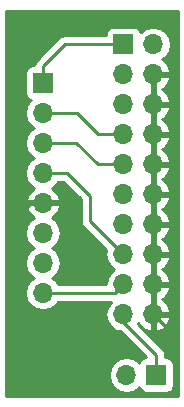
<source format=gbr>
G04 #@! TF.FileFunction,Copper,L2,Bot,Signal*
%FSLAX46Y46*%
G04 Gerber Fmt 4.6, Leading zero omitted, Abs format (unit mm)*
G04 Created by KiCad (PCBNEW 4.0.6) date 03/16/18 17:26:31*
%MOMM*%
%LPD*%
G01*
G04 APERTURE LIST*
%ADD10C,0.100000*%
%ADD11R,1.700000X1.700000*%
%ADD12O,1.700000X1.700000*%
%ADD13C,0.250000*%
%ADD14C,0.254000*%
G04 APERTURE END LIST*
D10*
D11*
X139446000Y-87528400D03*
D12*
X136906000Y-87528400D03*
D11*
X136652000Y-59537600D03*
D12*
X139192000Y-59537600D03*
X136652000Y-62077600D03*
X139192000Y-62077600D03*
X136652000Y-64617600D03*
X139192000Y-64617600D03*
X136652000Y-67157600D03*
X139192000Y-67157600D03*
X136652000Y-69697600D03*
X139192000Y-69697600D03*
X136652000Y-72237600D03*
X139192000Y-72237600D03*
X136652000Y-74777600D03*
X139192000Y-74777600D03*
X136652000Y-77317600D03*
X139192000Y-77317600D03*
X136652000Y-79857600D03*
X139192000Y-79857600D03*
X136652000Y-82397600D03*
X139192000Y-82397600D03*
D11*
X129844800Y-62788800D03*
D12*
X129844800Y-65328800D03*
X129844800Y-67868800D03*
X129844800Y-70408800D03*
X129844800Y-72948800D03*
X129844800Y-75488800D03*
X129844800Y-78028800D03*
X129844800Y-80568800D03*
D13*
X136652000Y-82397600D02*
X136652000Y-83058000D01*
X136652000Y-83058000D02*
X139446000Y-85852000D01*
X139446000Y-85852000D02*
X139446000Y-87528400D01*
X129844800Y-62788800D02*
X129844800Y-61366400D01*
X131673600Y-59537600D02*
X136652000Y-59537600D01*
X129844800Y-61366400D02*
X131673600Y-59537600D01*
X129844800Y-72948800D02*
X128891200Y-72948800D01*
X141200000Y-84405600D02*
X139192000Y-82397600D01*
X141200000Y-89000000D02*
X141200000Y-84405600D01*
X141160000Y-89040000D02*
X141200000Y-89000000D01*
X134110000Y-89040000D02*
X141160000Y-89040000D01*
X128160000Y-83090000D02*
X134110000Y-89040000D01*
X128160000Y-73680000D02*
X128160000Y-83090000D01*
X128891200Y-72948800D02*
X128160000Y-73680000D01*
X139192000Y-62077600D02*
X139192000Y-64617600D01*
X139192000Y-64617600D02*
X139192000Y-67157600D01*
X139192000Y-67157600D02*
X139192000Y-69697600D01*
X139192000Y-69697600D02*
X139192000Y-72237600D01*
X139192000Y-72237600D02*
X139192000Y-74777600D01*
X139192000Y-77317600D02*
X139192000Y-74777600D01*
X139192000Y-79857600D02*
X139192000Y-77317600D01*
X139192000Y-82397600D02*
X139192000Y-79857600D01*
X129844800Y-65328800D02*
X132689600Y-65328800D01*
X134518400Y-67157600D02*
X136652000Y-67157600D01*
X132689600Y-65328800D02*
X134518400Y-67157600D01*
X129844800Y-67868800D02*
X132638800Y-67868800D01*
X134467600Y-69697600D02*
X136652000Y-69697600D01*
X132638800Y-67868800D02*
X134467600Y-69697600D01*
X129844800Y-70408800D02*
X131876800Y-70408800D01*
X133807200Y-74472800D02*
X136652000Y-77317600D01*
X133807200Y-72339200D02*
X133807200Y-74472800D01*
X131876800Y-70408800D02*
X133807200Y-72339200D01*
X129844800Y-80568800D02*
X135940800Y-80568800D01*
X135940800Y-80568800D02*
X136652000Y-79857600D01*
D14*
G36*
X141290000Y-89290000D02*
X126710000Y-89290000D01*
X126710000Y-65328800D01*
X128330707Y-65328800D01*
X128443746Y-65897085D01*
X128765653Y-66378854D01*
X129094826Y-66598800D01*
X128765653Y-66818746D01*
X128443746Y-67300515D01*
X128330707Y-67868800D01*
X128443746Y-68437085D01*
X128765653Y-68918854D01*
X129094826Y-69138800D01*
X128765653Y-69358746D01*
X128443746Y-69840515D01*
X128330707Y-70408800D01*
X128443746Y-70977085D01*
X128765653Y-71458854D01*
X129106353Y-71686502D01*
X128963442Y-71753617D01*
X128573155Y-72181876D01*
X128403324Y-72591910D01*
X128524645Y-72821800D01*
X129717800Y-72821800D01*
X129717800Y-72801800D01*
X129971800Y-72801800D01*
X129971800Y-72821800D01*
X131164955Y-72821800D01*
X131286276Y-72591910D01*
X131116445Y-72181876D01*
X130726158Y-71753617D01*
X130583247Y-71686502D01*
X130923947Y-71458854D01*
X131117754Y-71168800D01*
X131561998Y-71168800D01*
X133047200Y-72654002D01*
X133047200Y-74472800D01*
X133105052Y-74763639D01*
X133269799Y-75010201D01*
X135210790Y-76951192D01*
X135137907Y-77317600D01*
X135250946Y-77885885D01*
X135572853Y-78367654D01*
X135902026Y-78587600D01*
X135572853Y-78807546D01*
X135250946Y-79289315D01*
X135147614Y-79808800D01*
X131117754Y-79808800D01*
X130923947Y-79518746D01*
X130594774Y-79298800D01*
X130923947Y-79078854D01*
X131245854Y-78597085D01*
X131358893Y-78028800D01*
X131245854Y-77460515D01*
X130923947Y-76978746D01*
X130594774Y-76758800D01*
X130923947Y-76538854D01*
X131245854Y-76057085D01*
X131358893Y-75488800D01*
X131245854Y-74920515D01*
X130923947Y-74438746D01*
X130583247Y-74211098D01*
X130726158Y-74143983D01*
X131116445Y-73715724D01*
X131286276Y-73305690D01*
X131164955Y-73075800D01*
X129971800Y-73075800D01*
X129971800Y-73095800D01*
X129717800Y-73095800D01*
X129717800Y-73075800D01*
X128524645Y-73075800D01*
X128403324Y-73305690D01*
X128573155Y-73715724D01*
X128963442Y-74143983D01*
X129106353Y-74211098D01*
X128765653Y-74438746D01*
X128443746Y-74920515D01*
X128330707Y-75488800D01*
X128443746Y-76057085D01*
X128765653Y-76538854D01*
X129094826Y-76758800D01*
X128765653Y-76978746D01*
X128443746Y-77460515D01*
X128330707Y-78028800D01*
X128443746Y-78597085D01*
X128765653Y-79078854D01*
X129094826Y-79298800D01*
X128765653Y-79518746D01*
X128443746Y-80000515D01*
X128330707Y-80568800D01*
X128443746Y-81137085D01*
X128765653Y-81618854D01*
X129247422Y-81940761D01*
X129815707Y-82053800D01*
X129873893Y-82053800D01*
X130442178Y-81940761D01*
X130923947Y-81618854D01*
X131117754Y-81328800D01*
X135600908Y-81328800D01*
X135572853Y-81347546D01*
X135250946Y-81829315D01*
X135137907Y-82397600D01*
X135250946Y-82965885D01*
X135572853Y-83447654D01*
X136054622Y-83769561D01*
X136346896Y-83827698D01*
X138557418Y-86038220D01*
X138360683Y-86075238D01*
X138144559Y-86214310D01*
X137999569Y-86426510D01*
X137985914Y-86493941D01*
X137956054Y-86449253D01*
X137474285Y-86127346D01*
X136906000Y-86014307D01*
X136337715Y-86127346D01*
X135855946Y-86449253D01*
X135534039Y-86931022D01*
X135421000Y-87499307D01*
X135421000Y-87557493D01*
X135534039Y-88125778D01*
X135855946Y-88607547D01*
X136337715Y-88929454D01*
X136906000Y-89042493D01*
X137474285Y-88929454D01*
X137956054Y-88607547D01*
X137983850Y-88565948D01*
X137992838Y-88613717D01*
X138131910Y-88829841D01*
X138344110Y-88974831D01*
X138596000Y-89025840D01*
X140296000Y-89025840D01*
X140531317Y-88981562D01*
X140747441Y-88842490D01*
X140892431Y-88630290D01*
X140943440Y-88378400D01*
X140943440Y-86678400D01*
X140899162Y-86443083D01*
X140760090Y-86226959D01*
X140547890Y-86081969D01*
X140296000Y-86030960D01*
X140206000Y-86030960D01*
X140206000Y-85852000D01*
X140148148Y-85561161D01*
X139983401Y-85314599D01*
X137885480Y-83216678D01*
X137920345Y-83164499D01*
X137920355Y-83164524D01*
X138310642Y-83592783D01*
X138835108Y-83839086D01*
X139065000Y-83718419D01*
X139065000Y-82524600D01*
X139319000Y-82524600D01*
X139319000Y-83718419D01*
X139548892Y-83839086D01*
X140073358Y-83592783D01*
X140463645Y-83164524D01*
X140633476Y-82754490D01*
X140512155Y-82524600D01*
X139319000Y-82524600D01*
X139065000Y-82524600D01*
X139045000Y-82524600D01*
X139045000Y-82270600D01*
X139065000Y-82270600D01*
X139065000Y-79984600D01*
X139319000Y-79984600D01*
X139319000Y-82270600D01*
X140512155Y-82270600D01*
X140633476Y-82040710D01*
X140463645Y-81630676D01*
X140073358Y-81202417D01*
X139914046Y-81127600D01*
X140073358Y-81052783D01*
X140463645Y-80624524D01*
X140633476Y-80214490D01*
X140512155Y-79984600D01*
X139319000Y-79984600D01*
X139065000Y-79984600D01*
X139045000Y-79984600D01*
X139045000Y-79730600D01*
X139065000Y-79730600D01*
X139065000Y-77444600D01*
X139319000Y-77444600D01*
X139319000Y-79730600D01*
X140512155Y-79730600D01*
X140633476Y-79500710D01*
X140463645Y-79090676D01*
X140073358Y-78662417D01*
X139914046Y-78587600D01*
X140073358Y-78512783D01*
X140463645Y-78084524D01*
X140633476Y-77674490D01*
X140512155Y-77444600D01*
X139319000Y-77444600D01*
X139065000Y-77444600D01*
X139045000Y-77444600D01*
X139045000Y-77190600D01*
X139065000Y-77190600D01*
X139065000Y-74904600D01*
X139319000Y-74904600D01*
X139319000Y-77190600D01*
X140512155Y-77190600D01*
X140633476Y-76960710D01*
X140463645Y-76550676D01*
X140073358Y-76122417D01*
X139914046Y-76047600D01*
X140073358Y-75972783D01*
X140463645Y-75544524D01*
X140633476Y-75134490D01*
X140512155Y-74904600D01*
X139319000Y-74904600D01*
X139065000Y-74904600D01*
X139045000Y-74904600D01*
X139045000Y-74650600D01*
X139065000Y-74650600D01*
X139065000Y-72364600D01*
X139319000Y-72364600D01*
X139319000Y-74650600D01*
X140512155Y-74650600D01*
X140633476Y-74420710D01*
X140463645Y-74010676D01*
X140073358Y-73582417D01*
X139914046Y-73507600D01*
X140073358Y-73432783D01*
X140463645Y-73004524D01*
X140633476Y-72594490D01*
X140512155Y-72364600D01*
X139319000Y-72364600D01*
X139065000Y-72364600D01*
X139045000Y-72364600D01*
X139045000Y-72110600D01*
X139065000Y-72110600D01*
X139065000Y-69824600D01*
X139319000Y-69824600D01*
X139319000Y-72110600D01*
X140512155Y-72110600D01*
X140633476Y-71880710D01*
X140463645Y-71470676D01*
X140073358Y-71042417D01*
X139914046Y-70967600D01*
X140073358Y-70892783D01*
X140463645Y-70464524D01*
X140633476Y-70054490D01*
X140512155Y-69824600D01*
X139319000Y-69824600D01*
X139065000Y-69824600D01*
X139045000Y-69824600D01*
X139045000Y-69570600D01*
X139065000Y-69570600D01*
X139065000Y-67284600D01*
X139319000Y-67284600D01*
X139319000Y-69570600D01*
X140512155Y-69570600D01*
X140633476Y-69340710D01*
X140463645Y-68930676D01*
X140073358Y-68502417D01*
X139914046Y-68427600D01*
X140073358Y-68352783D01*
X140463645Y-67924524D01*
X140633476Y-67514490D01*
X140512155Y-67284600D01*
X139319000Y-67284600D01*
X139065000Y-67284600D01*
X139045000Y-67284600D01*
X139045000Y-67030600D01*
X139065000Y-67030600D01*
X139065000Y-64744600D01*
X139319000Y-64744600D01*
X139319000Y-67030600D01*
X140512155Y-67030600D01*
X140633476Y-66800710D01*
X140463645Y-66390676D01*
X140073358Y-65962417D01*
X139914046Y-65887600D01*
X140073358Y-65812783D01*
X140463645Y-65384524D01*
X140633476Y-64974490D01*
X140512155Y-64744600D01*
X139319000Y-64744600D01*
X139065000Y-64744600D01*
X139045000Y-64744600D01*
X139045000Y-64490600D01*
X139065000Y-64490600D01*
X139065000Y-62204600D01*
X139319000Y-62204600D01*
X139319000Y-64490600D01*
X140512155Y-64490600D01*
X140633476Y-64260710D01*
X140463645Y-63850676D01*
X140073358Y-63422417D01*
X139914046Y-63347600D01*
X140073358Y-63272783D01*
X140463645Y-62844524D01*
X140633476Y-62434490D01*
X140512155Y-62204600D01*
X139319000Y-62204600D01*
X139065000Y-62204600D01*
X139045000Y-62204600D01*
X139045000Y-61950600D01*
X139065000Y-61950600D01*
X139065000Y-61930600D01*
X139319000Y-61930600D01*
X139319000Y-61950600D01*
X140512155Y-61950600D01*
X140633476Y-61720710D01*
X140463645Y-61310676D01*
X140073358Y-60882417D01*
X139930447Y-60815302D01*
X140271147Y-60587654D01*
X140593054Y-60105885D01*
X140706093Y-59537600D01*
X140593054Y-58969315D01*
X140271147Y-58487546D01*
X139789378Y-58165639D01*
X139221093Y-58052600D01*
X139162907Y-58052600D01*
X138594622Y-58165639D01*
X138112853Y-58487546D01*
X138112029Y-58488779D01*
X138105162Y-58452283D01*
X137966090Y-58236159D01*
X137753890Y-58091169D01*
X137502000Y-58040160D01*
X135802000Y-58040160D01*
X135566683Y-58084438D01*
X135350559Y-58223510D01*
X135205569Y-58435710D01*
X135154560Y-58687600D01*
X135154560Y-58777600D01*
X131673600Y-58777600D01*
X131382761Y-58835452D01*
X131136199Y-59000199D01*
X129307399Y-60828999D01*
X129142652Y-61075561D01*
X129099727Y-61291360D01*
X128994800Y-61291360D01*
X128759483Y-61335638D01*
X128543359Y-61474710D01*
X128398369Y-61686910D01*
X128347360Y-61938800D01*
X128347360Y-63638800D01*
X128391638Y-63874117D01*
X128530710Y-64090241D01*
X128742910Y-64235231D01*
X128810341Y-64248886D01*
X128765653Y-64278746D01*
X128443746Y-64760515D01*
X128330707Y-65328800D01*
X126710000Y-65328800D01*
X126710000Y-56710000D01*
X141290000Y-56710000D01*
X141290000Y-89290000D01*
X141290000Y-89290000D01*
G37*
X141290000Y-89290000D02*
X126710000Y-89290000D01*
X126710000Y-65328800D01*
X128330707Y-65328800D01*
X128443746Y-65897085D01*
X128765653Y-66378854D01*
X129094826Y-66598800D01*
X128765653Y-66818746D01*
X128443746Y-67300515D01*
X128330707Y-67868800D01*
X128443746Y-68437085D01*
X128765653Y-68918854D01*
X129094826Y-69138800D01*
X128765653Y-69358746D01*
X128443746Y-69840515D01*
X128330707Y-70408800D01*
X128443746Y-70977085D01*
X128765653Y-71458854D01*
X129106353Y-71686502D01*
X128963442Y-71753617D01*
X128573155Y-72181876D01*
X128403324Y-72591910D01*
X128524645Y-72821800D01*
X129717800Y-72821800D01*
X129717800Y-72801800D01*
X129971800Y-72801800D01*
X129971800Y-72821800D01*
X131164955Y-72821800D01*
X131286276Y-72591910D01*
X131116445Y-72181876D01*
X130726158Y-71753617D01*
X130583247Y-71686502D01*
X130923947Y-71458854D01*
X131117754Y-71168800D01*
X131561998Y-71168800D01*
X133047200Y-72654002D01*
X133047200Y-74472800D01*
X133105052Y-74763639D01*
X133269799Y-75010201D01*
X135210790Y-76951192D01*
X135137907Y-77317600D01*
X135250946Y-77885885D01*
X135572853Y-78367654D01*
X135902026Y-78587600D01*
X135572853Y-78807546D01*
X135250946Y-79289315D01*
X135147614Y-79808800D01*
X131117754Y-79808800D01*
X130923947Y-79518746D01*
X130594774Y-79298800D01*
X130923947Y-79078854D01*
X131245854Y-78597085D01*
X131358893Y-78028800D01*
X131245854Y-77460515D01*
X130923947Y-76978746D01*
X130594774Y-76758800D01*
X130923947Y-76538854D01*
X131245854Y-76057085D01*
X131358893Y-75488800D01*
X131245854Y-74920515D01*
X130923947Y-74438746D01*
X130583247Y-74211098D01*
X130726158Y-74143983D01*
X131116445Y-73715724D01*
X131286276Y-73305690D01*
X131164955Y-73075800D01*
X129971800Y-73075800D01*
X129971800Y-73095800D01*
X129717800Y-73095800D01*
X129717800Y-73075800D01*
X128524645Y-73075800D01*
X128403324Y-73305690D01*
X128573155Y-73715724D01*
X128963442Y-74143983D01*
X129106353Y-74211098D01*
X128765653Y-74438746D01*
X128443746Y-74920515D01*
X128330707Y-75488800D01*
X128443746Y-76057085D01*
X128765653Y-76538854D01*
X129094826Y-76758800D01*
X128765653Y-76978746D01*
X128443746Y-77460515D01*
X128330707Y-78028800D01*
X128443746Y-78597085D01*
X128765653Y-79078854D01*
X129094826Y-79298800D01*
X128765653Y-79518746D01*
X128443746Y-80000515D01*
X128330707Y-80568800D01*
X128443746Y-81137085D01*
X128765653Y-81618854D01*
X129247422Y-81940761D01*
X129815707Y-82053800D01*
X129873893Y-82053800D01*
X130442178Y-81940761D01*
X130923947Y-81618854D01*
X131117754Y-81328800D01*
X135600908Y-81328800D01*
X135572853Y-81347546D01*
X135250946Y-81829315D01*
X135137907Y-82397600D01*
X135250946Y-82965885D01*
X135572853Y-83447654D01*
X136054622Y-83769561D01*
X136346896Y-83827698D01*
X138557418Y-86038220D01*
X138360683Y-86075238D01*
X138144559Y-86214310D01*
X137999569Y-86426510D01*
X137985914Y-86493941D01*
X137956054Y-86449253D01*
X137474285Y-86127346D01*
X136906000Y-86014307D01*
X136337715Y-86127346D01*
X135855946Y-86449253D01*
X135534039Y-86931022D01*
X135421000Y-87499307D01*
X135421000Y-87557493D01*
X135534039Y-88125778D01*
X135855946Y-88607547D01*
X136337715Y-88929454D01*
X136906000Y-89042493D01*
X137474285Y-88929454D01*
X137956054Y-88607547D01*
X137983850Y-88565948D01*
X137992838Y-88613717D01*
X138131910Y-88829841D01*
X138344110Y-88974831D01*
X138596000Y-89025840D01*
X140296000Y-89025840D01*
X140531317Y-88981562D01*
X140747441Y-88842490D01*
X140892431Y-88630290D01*
X140943440Y-88378400D01*
X140943440Y-86678400D01*
X140899162Y-86443083D01*
X140760090Y-86226959D01*
X140547890Y-86081969D01*
X140296000Y-86030960D01*
X140206000Y-86030960D01*
X140206000Y-85852000D01*
X140148148Y-85561161D01*
X139983401Y-85314599D01*
X137885480Y-83216678D01*
X137920345Y-83164499D01*
X137920355Y-83164524D01*
X138310642Y-83592783D01*
X138835108Y-83839086D01*
X139065000Y-83718419D01*
X139065000Y-82524600D01*
X139319000Y-82524600D01*
X139319000Y-83718419D01*
X139548892Y-83839086D01*
X140073358Y-83592783D01*
X140463645Y-83164524D01*
X140633476Y-82754490D01*
X140512155Y-82524600D01*
X139319000Y-82524600D01*
X139065000Y-82524600D01*
X139045000Y-82524600D01*
X139045000Y-82270600D01*
X139065000Y-82270600D01*
X139065000Y-79984600D01*
X139319000Y-79984600D01*
X139319000Y-82270600D01*
X140512155Y-82270600D01*
X140633476Y-82040710D01*
X140463645Y-81630676D01*
X140073358Y-81202417D01*
X139914046Y-81127600D01*
X140073358Y-81052783D01*
X140463645Y-80624524D01*
X140633476Y-80214490D01*
X140512155Y-79984600D01*
X139319000Y-79984600D01*
X139065000Y-79984600D01*
X139045000Y-79984600D01*
X139045000Y-79730600D01*
X139065000Y-79730600D01*
X139065000Y-77444600D01*
X139319000Y-77444600D01*
X139319000Y-79730600D01*
X140512155Y-79730600D01*
X140633476Y-79500710D01*
X140463645Y-79090676D01*
X140073358Y-78662417D01*
X139914046Y-78587600D01*
X140073358Y-78512783D01*
X140463645Y-78084524D01*
X140633476Y-77674490D01*
X140512155Y-77444600D01*
X139319000Y-77444600D01*
X139065000Y-77444600D01*
X139045000Y-77444600D01*
X139045000Y-77190600D01*
X139065000Y-77190600D01*
X139065000Y-74904600D01*
X139319000Y-74904600D01*
X139319000Y-77190600D01*
X140512155Y-77190600D01*
X140633476Y-76960710D01*
X140463645Y-76550676D01*
X140073358Y-76122417D01*
X139914046Y-76047600D01*
X140073358Y-75972783D01*
X140463645Y-75544524D01*
X140633476Y-75134490D01*
X140512155Y-74904600D01*
X139319000Y-74904600D01*
X139065000Y-74904600D01*
X139045000Y-74904600D01*
X139045000Y-74650600D01*
X139065000Y-74650600D01*
X139065000Y-72364600D01*
X139319000Y-72364600D01*
X139319000Y-74650600D01*
X140512155Y-74650600D01*
X140633476Y-74420710D01*
X140463645Y-74010676D01*
X140073358Y-73582417D01*
X139914046Y-73507600D01*
X140073358Y-73432783D01*
X140463645Y-73004524D01*
X140633476Y-72594490D01*
X140512155Y-72364600D01*
X139319000Y-72364600D01*
X139065000Y-72364600D01*
X139045000Y-72364600D01*
X139045000Y-72110600D01*
X139065000Y-72110600D01*
X139065000Y-69824600D01*
X139319000Y-69824600D01*
X139319000Y-72110600D01*
X140512155Y-72110600D01*
X140633476Y-71880710D01*
X140463645Y-71470676D01*
X140073358Y-71042417D01*
X139914046Y-70967600D01*
X140073358Y-70892783D01*
X140463645Y-70464524D01*
X140633476Y-70054490D01*
X140512155Y-69824600D01*
X139319000Y-69824600D01*
X139065000Y-69824600D01*
X139045000Y-69824600D01*
X139045000Y-69570600D01*
X139065000Y-69570600D01*
X139065000Y-67284600D01*
X139319000Y-67284600D01*
X139319000Y-69570600D01*
X140512155Y-69570600D01*
X140633476Y-69340710D01*
X140463645Y-68930676D01*
X140073358Y-68502417D01*
X139914046Y-68427600D01*
X140073358Y-68352783D01*
X140463645Y-67924524D01*
X140633476Y-67514490D01*
X140512155Y-67284600D01*
X139319000Y-67284600D01*
X139065000Y-67284600D01*
X139045000Y-67284600D01*
X139045000Y-67030600D01*
X139065000Y-67030600D01*
X139065000Y-64744600D01*
X139319000Y-64744600D01*
X139319000Y-67030600D01*
X140512155Y-67030600D01*
X140633476Y-66800710D01*
X140463645Y-66390676D01*
X140073358Y-65962417D01*
X139914046Y-65887600D01*
X140073358Y-65812783D01*
X140463645Y-65384524D01*
X140633476Y-64974490D01*
X140512155Y-64744600D01*
X139319000Y-64744600D01*
X139065000Y-64744600D01*
X139045000Y-64744600D01*
X139045000Y-64490600D01*
X139065000Y-64490600D01*
X139065000Y-62204600D01*
X139319000Y-62204600D01*
X139319000Y-64490600D01*
X140512155Y-64490600D01*
X140633476Y-64260710D01*
X140463645Y-63850676D01*
X140073358Y-63422417D01*
X139914046Y-63347600D01*
X140073358Y-63272783D01*
X140463645Y-62844524D01*
X140633476Y-62434490D01*
X140512155Y-62204600D01*
X139319000Y-62204600D01*
X139065000Y-62204600D01*
X139045000Y-62204600D01*
X139045000Y-61950600D01*
X139065000Y-61950600D01*
X139065000Y-61930600D01*
X139319000Y-61930600D01*
X139319000Y-61950600D01*
X140512155Y-61950600D01*
X140633476Y-61720710D01*
X140463645Y-61310676D01*
X140073358Y-60882417D01*
X139930447Y-60815302D01*
X140271147Y-60587654D01*
X140593054Y-60105885D01*
X140706093Y-59537600D01*
X140593054Y-58969315D01*
X140271147Y-58487546D01*
X139789378Y-58165639D01*
X139221093Y-58052600D01*
X139162907Y-58052600D01*
X138594622Y-58165639D01*
X138112853Y-58487546D01*
X138112029Y-58488779D01*
X138105162Y-58452283D01*
X137966090Y-58236159D01*
X137753890Y-58091169D01*
X137502000Y-58040160D01*
X135802000Y-58040160D01*
X135566683Y-58084438D01*
X135350559Y-58223510D01*
X135205569Y-58435710D01*
X135154560Y-58687600D01*
X135154560Y-58777600D01*
X131673600Y-58777600D01*
X131382761Y-58835452D01*
X131136199Y-59000199D01*
X129307399Y-60828999D01*
X129142652Y-61075561D01*
X129099727Y-61291360D01*
X128994800Y-61291360D01*
X128759483Y-61335638D01*
X128543359Y-61474710D01*
X128398369Y-61686910D01*
X128347360Y-61938800D01*
X128347360Y-63638800D01*
X128391638Y-63874117D01*
X128530710Y-64090241D01*
X128742910Y-64235231D01*
X128810341Y-64248886D01*
X128765653Y-64278746D01*
X128443746Y-64760515D01*
X128330707Y-65328800D01*
X126710000Y-65328800D01*
X126710000Y-56710000D01*
X141290000Y-56710000D01*
X141290000Y-89290000D01*
M02*

</source>
